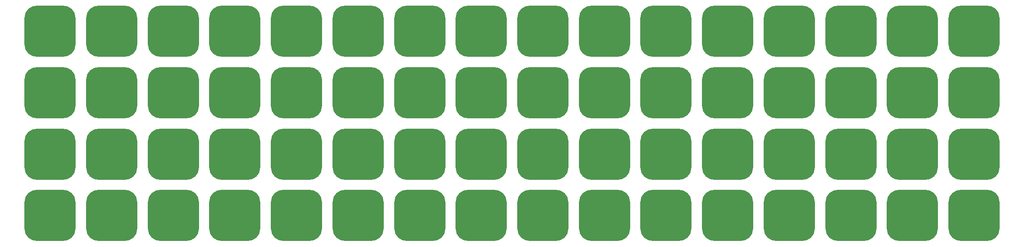
<source format=gtp>
G04 #@! TF.GenerationSoftware,KiCad,Pcbnew,6.0.8+dfsg-1~bpo11+1*
G04 #@! TF.CreationDate,2023-06-21T07:25:59-04:00*
G04 #@! TF.ProjectId,08_padded_interleaved_loose,30385f70-6164-4646-9564-5f696e746572,rev?*
G04 #@! TF.SameCoordinates,Original*
G04 #@! TF.FileFunction,Paste,Top*
G04 #@! TF.FilePolarity,Positive*
%FSLAX46Y46*%
G04 Gerber Fmt 4.6, Leading zero omitted, Abs format (unit mm)*
G04 Created by KiCad (PCBNEW 6.0.8+dfsg-1~bpo11+1) date 2023-06-21 07:25:59*
%MOMM*%
%LPD*%
G01*
G04 APERTURE LIST*
G04 Aperture macros list*
%AMRoundRect*
0 Rectangle with rounded corners*
0 $1 Rounding radius*
0 $2 $3 $4 $5 $6 $7 $8 $9 X,Y pos of 4 corners*
0 Add a 4 corners polygon primitive as box body*
4,1,4,$2,$3,$4,$5,$6,$7,$8,$9,$2,$3,0*
0 Add four circle primitives for the rounded corners*
1,1,$1+$1,$2,$3*
1,1,$1+$1,$4,$5*
1,1,$1+$1,$6,$7*
1,1,$1+$1,$8,$9*
0 Add four rect primitives between the rounded corners*
20,1,$1+$1,$2,$3,$4,$5,0*
20,1,$1+$1,$4,$5,$6,$7,0*
20,1,$1+$1,$6,$7,$8,$9,0*
20,1,$1+$1,$8,$9,$2,$3,0*%
G04 Aperture macros list end*
%ADD10RoundRect,2.500000X-2.500000X-2.500000X2.500000X-2.500000X2.500000X2.500000X-2.500000X2.500000X0*%
G04 APERTURE END LIST*
D10*
X68800000Y-61500000D03*
X80800000Y-61500000D03*
X92800000Y-61500000D03*
X104800000Y-61500000D03*
X116800000Y-61500000D03*
X128800000Y-61500000D03*
X140800000Y-61500000D03*
X152800000Y-61500000D03*
X68800000Y-73500000D03*
X80800000Y-73500000D03*
X92800000Y-73500000D03*
X104800000Y-73500000D03*
X116800000Y-73500000D03*
X128800000Y-73500000D03*
X140800000Y-73500000D03*
X152800000Y-73500000D03*
X68800000Y-85500000D03*
X80800000Y-85500000D03*
X92800000Y-85500000D03*
X104800000Y-85500000D03*
X116800000Y-85500000D03*
X128800000Y-85500000D03*
X140800000Y-85500000D03*
X152800000Y-85500000D03*
X68800000Y-97500000D03*
X80800000Y-97500000D03*
X92800000Y-97500000D03*
X104800000Y-97500000D03*
X116800000Y-97500000D03*
X128800000Y-97500000D03*
X140800000Y-97500000D03*
X152800000Y-97500000D03*
X164800000Y-61500000D03*
X176800000Y-61500000D03*
X188800000Y-61500000D03*
X200800000Y-61500000D03*
X212800000Y-61500000D03*
X224800000Y-61500000D03*
X236800000Y-61500000D03*
X248800000Y-61500000D03*
X164800000Y-73500000D03*
X176800000Y-73500000D03*
X188800000Y-73500000D03*
X200800000Y-73500000D03*
X212800000Y-73500000D03*
X224800000Y-73500000D03*
X236800000Y-73500000D03*
X248800000Y-73500000D03*
X164800000Y-85500000D03*
X176800000Y-85500000D03*
X188800000Y-85500000D03*
X200800000Y-85500000D03*
X212800000Y-85500000D03*
X224800000Y-85500000D03*
X236800000Y-85500000D03*
X248800000Y-85500000D03*
X164800000Y-97500000D03*
X176800000Y-97500000D03*
X188800000Y-97500000D03*
X200800000Y-97500000D03*
X212800000Y-97500000D03*
X224800000Y-97500000D03*
X236800000Y-97500000D03*
X248800000Y-97500000D03*
M02*

</source>
